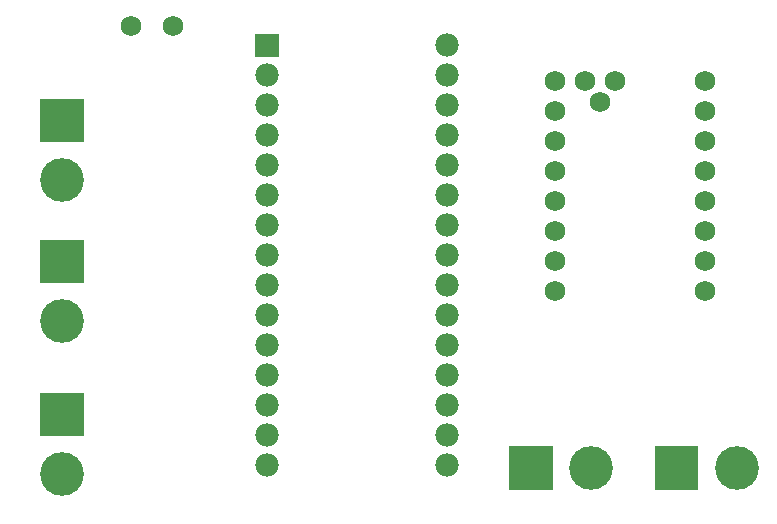
<source format=gbs>
G04 Layer: BottomSolderMaskLayer*
G04 EasyEDA v6.4.17, 2021-03-20T19:28:22--4:00*
G04 7650886d5ba747c7849dacbd900289a7,4cc6b0da07df45819412c628e5a569e9,10*
G04 Gerber Generator version 0.2*
G04 Scale: 100 percent, Rotated: No, Reflected: No *
G04 Dimensions in millimeters *
G04 leading zeros omitted , absolute positions ,4 integer and 5 decimal *
%FSLAX45Y45*%
%MOMM*%

%ADD19C,1.7272*%
%ADD21C,3.7031*%
%ADD23C,1.9812*%

%LPD*%
D19*
G01*
X6769100Y3365500D03*
G01*
X6769100Y3619500D03*
G01*
X6769100Y3873500D03*
G01*
X6769100Y4127500D03*
G01*
X6769100Y4381500D03*
G01*
X6769100Y4635500D03*
G01*
X6769100Y4889500D03*
G01*
X6769100Y5143500D03*
G01*
X5499100Y5143500D03*
G01*
X5499100Y4889500D03*
G01*
X5499100Y4635500D03*
G01*
X5499100Y4381500D03*
G01*
X5499100Y4127500D03*
G01*
X5499100Y3873500D03*
G01*
X5499100Y3619500D03*
G01*
X5499100Y3365500D03*
G01*
X6007100Y5143500D03*
G01*
X5753100Y5143500D03*
G01*
X5880100Y4965700D03*
G01*
X1905000Y5613400D03*
G01*
X2260600Y5613400D03*
G36*
X1141221Y4628134D02*
G01*
X1141221Y4998465D01*
X1511554Y4998465D01*
X1511554Y4628134D01*
G37*
D21*
G01*
X1326286Y4305300D03*
G36*
X1141221Y2138934D02*
G01*
X1141221Y2509265D01*
X1511554Y2509265D01*
X1511554Y2138934D01*
G37*
G01*
X1326286Y1816100D03*
G36*
X1141221Y3434334D02*
G01*
X1141221Y3804665D01*
X1511554Y3804665D01*
X1511554Y3434334D01*
G37*
G01*
X1326286Y3111500D03*
G36*
X5110734Y1687321D02*
G01*
X5110734Y2057654D01*
X5481065Y2057654D01*
X5481065Y1687321D01*
G37*
G01*
X5803900Y1872386D03*
G36*
X2961640Y5349239D02*
G01*
X2961640Y5547360D01*
X3159759Y5547360D01*
X3159759Y5349239D01*
G37*
D23*
G01*
X3060700Y5194300D03*
G01*
X3060700Y4940300D03*
G01*
X3060700Y4686300D03*
G01*
X3060700Y4432300D03*
G01*
X3060700Y4178300D03*
G01*
X3060700Y3924300D03*
G01*
X3060700Y3670300D03*
G01*
X3060700Y3416300D03*
G01*
X3060700Y3162300D03*
G01*
X3060700Y2908300D03*
G01*
X3060700Y2654300D03*
G01*
X3060700Y2400300D03*
G01*
X3060700Y2146300D03*
G01*
X3060700Y1892300D03*
G01*
X4584700Y5448300D03*
G01*
X4584700Y5194300D03*
G01*
X4584700Y4940300D03*
G01*
X4584700Y4686300D03*
G01*
X4584700Y4432300D03*
G01*
X4584700Y4178300D03*
G01*
X4584700Y3924300D03*
G01*
X4584700Y3670300D03*
G01*
X4584700Y3416300D03*
G01*
X4584700Y3162300D03*
G01*
X4584700Y2908300D03*
G01*
X4584700Y2654300D03*
G01*
X4584700Y2400300D03*
G01*
X4584700Y2146300D03*
G01*
X4584700Y1892300D03*
G36*
X6342634Y1687321D02*
G01*
X6342634Y2057654D01*
X6712965Y2057654D01*
X6712965Y1687321D01*
G37*
D21*
G01*
X7035800Y1872386D03*
M02*

</source>
